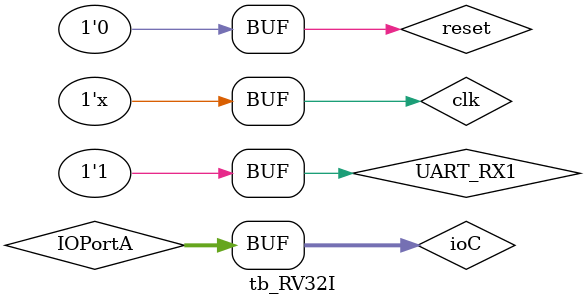
<source format=sv>
`timescale 1ns / 1ps

module tb_RV32I ();

    logic        clk;
    logic        reset;
    tri   [15:0] IOPortA;
    // tri [15:0] IOPortB;
    tri   [15:0] IOPortB;
    // tri [15:0] IOPortD;
    // tri [15:0] IOPortE;
    // tri [15:0] IOPortH;
    logic        UART_RX1;
    logic        UART_TX1;
    logic [15:0] ioC;

    assign IOPortA = ioC;

    RV32I dut (
        .clk(clk),
        .reset(reset),
        .IOPortA(IOPortA),
        .IOPortB(IOPortB),
        //.IOPortC(IOPortC),
        // .IOPortD(),
        // .IOPortE(),
        // .IOPortH()
        .fndFont(),
        .fndCom(),
        .UART_RX1(UART_RX1),
        .UART_TX1(UART_TX1)
    );

    always #1 clk = ~clk;

    initial begin
        clk = 0;
        reset = 1'b1;
        UART_RX1 = 1;
        #40 reset = 1'b0;
        #20800 UART_RX1 = 0;
        #20800 UART_RX1 = 1;
        #20800 UART_RX1 = 0;
        #20800 UART_RX1 = 0;
        #20800 UART_RX1 = 0;
        #20800 UART_RX1 = 0;
        #20800 UART_RX1 = 0;
        #20800 UART_RX1 = 1;
        #20800 UART_RX1 = 1;

        #20800 UART_RX1 = 0;
        #20800 UART_RX1 = 1;
        #20800 UART_RX1 = 0;
        #20800 UART_RX1 = 1;
        #20800 UART_RX1 = 0;
        #20800 UART_RX1 = 1;
        #20800 UART_RX1 = 0;
        #20800 UART_RX1 = 1;
        #20800 UART_RX1 = 1;


        #20800 UART_RX1 = 0;
        #20800 UART_RX1 = 0;
        #20800 UART_RX1 = 0;
        #20800 UART_RX1 = 1;
        #20800 UART_RX1 = 0;
        #20800 UART_RX1 = 1;
        #20800 UART_RX1 = 1;
        #20800 UART_RX1 = 1;
        #20800 UART_RX1 = 1;

        for (int i = 0; i < 1000; i++) begin
            #20800 UART_RX1 = 0;
            #20800 UART_RX1 = 1;
            #20800 UART_RX1 = 0;
            #20800 UART_RX1 = 0;
            #20800 UART_RX1 = 0;
            #20800 UART_RX1 = 0;
            #20800 UART_RX1 = 0;
            #20800 UART_RX1 = 1;
            #20800 UART_RX1 = 1;

            #20800 UART_RX1 = 0;
            #20800 UART_RX1 = 1;
            #20800 UART_RX1 = 0;
            #20800 UART_RX1 = 0;
            #20800 UART_RX1 = 0;
            #20800 UART_RX1 = 0;
            #20800 UART_RX1 = 1;
            #20800 UART_RX1 = 0;
            #20800 UART_RX1 = 1;


        end
        #2000 UART_RX1 = 0;
        #640000 UART_RX1 = 0;
        #640000 UART_RX1 = 0;
        #640000 UART_RX1 = 1;
        #640000 UART_RX1 = 0;
        #640000 UART_RX1 = 1;
        #640000 UART_RX1 = 1;
        #640000 UART_RX1 = 1;
        #640000 UART_RX1 = 1;



    end




endmodule

</source>
